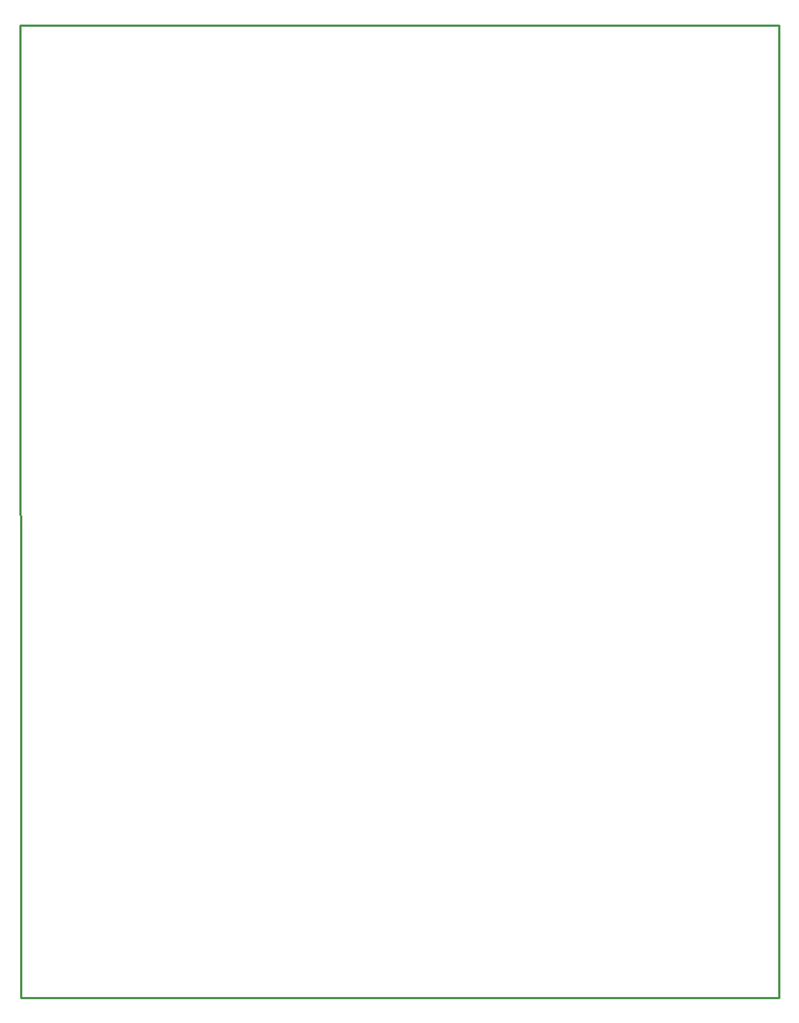
<source format=gko>
G04 Layer: BoardOutlineLayer*
G04 EasyEDA v6.5.34, 2023-09-22 05:43:39*
G04 5a9e321870784d179380c5b7005af72b,5a6b42c53f6a479593ecc07194224c93,10*
G04 Gerber Generator version 0.2*
G04 Scale: 100 percent, Rotated: No, Reflected: No *
G04 Dimensions in millimeters *
G04 leading zeros omitted , absolute positions ,4 integer and 5 decimal *
%FSLAX45Y45*%
%MOMM*%

%ADD10C,0.2540*%
D10*
X-7039609Y6756400D02*
G01*
X1596390Y6756400D01*
X1596390Y-4305300D01*
X-7030084Y-4305300D01*
X-7039609Y6756400D01*

%LPD*%
M02*

</source>
